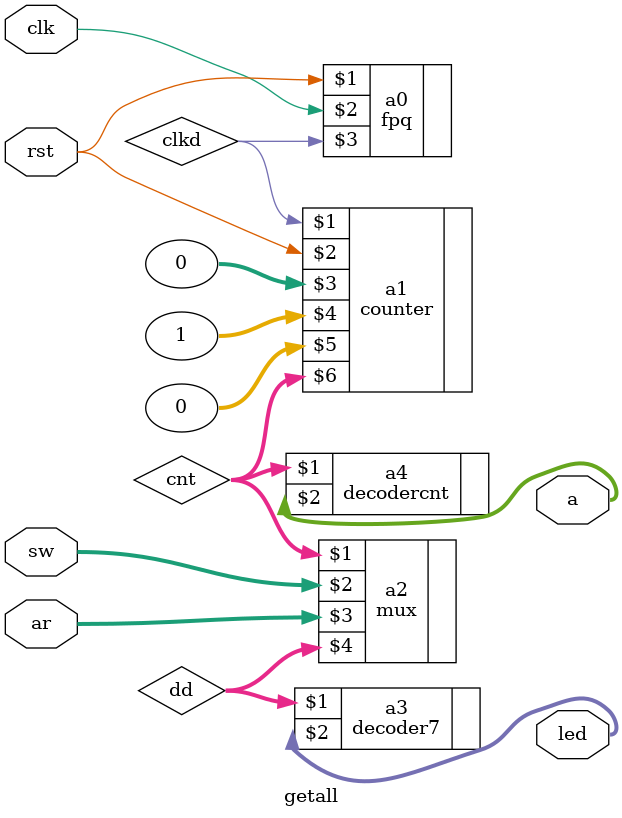
<source format=v>
`timescale 1ns / 1ps


module getall (
    input clk,
    input rst,
    input [4:0] ar,
    input [15:0] sw,
    output [7:0] a,
    output [6:0] led
);
wire clkd;
wire [3:0] dd;
wire [2:0] cnt;
fpq a0(rst,clk,clkd);
counter a1(clkd,rst,0,1,0,cnt);
decodercnt a4(cnt,a);
mux a2(cnt,sw,ar,dd);
decoder7 a3(dd,led); 
endmodule
</source>
